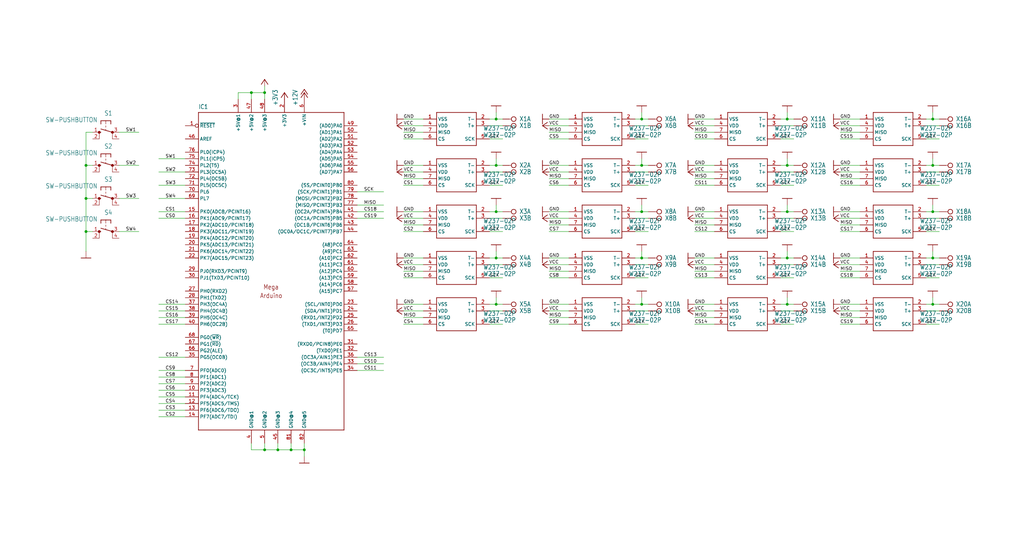
<source format=kicad_sch>
(kicad_sch (version 20220622) (generator eeschema)
  (paper "User" 393.167 210.007)
  (junction (at 33.02 63.5))
  (junction (at 246.38 81.28))
  (junction (at 302.26 81.28))
  (junction (at 246.38 99.06))
  (junction (at 358.14 99.06))
  (junction (at 190.5 45.72))
  (junction (at 246.38 116.84))
  (junction (at 190.5 116.84))
  (junction (at 358.14 63.5))
  (junction (at 358.14 45.72))
  (junction (at 358.14 116.84))
  (junction (at 190.5 99.06))
  (junction (at 33.02 76.2))
  (junction (at 96.52 35.56))
  (junction (at 111.76 172.72))
  (junction (at 302.26 116.84))
  (junction (at 190.5 63.5))
  (junction (at 116.84 172.72))
  (junction (at 302.26 45.72))
  (junction (at 302.26 99.06))
  (junction (at 302.26 63.5))
  (junction (at 358.14 81.28))
  (junction (at 101.6 35.56))
  (junction (at 33.02 88.9))
  (junction (at 106.68 172.72))
  (junction (at 101.6 172.72))
  (junction (at 246.38 45.72))
  (junction (at 246.38 63.5))
  (junction (at 190.5 81.28))
  (wire (pts (xy 193.04 48.26) (xy 187.96 48.26)))
  (wire (pts (xy 91.44 35.56) (xy 96.52 35.56)))
  (wire (pts (xy 266.7 83.82) (xy 274.32 83.82)))
  (wire (pts (xy 190.5 114.3) (xy 190.5 116.84)))
  (wire (pts (xy 218.44 104.14) (xy 210.82 104.14)))
  (wire (pts (xy 266.7 119.38) (xy 274.32 119.38)))
  (wire (pts (xy 71.12 137.16) (xy 60.96 137.16)))
  (wire (pts (xy 35.56 88.9) (xy 33.02 88.9)))
  (wire (pts (xy 274.32 71.12) (xy 266.7 71.12)))
  (wire (pts (xy 243.84 53.34) (xy 248.92 53.34)))
  (wire (pts (xy 218.44 68.58) (xy 210.82 68.58)))
  (wire (pts (xy 246.38 81.28) (xy 243.84 81.28)))
  (wire (pts (xy 302.26 60.96) (xy 302.26 63.5)))
  (wire (pts (xy 248.92 66.04) (xy 243.84 66.04)))
  (wire (pts (xy 248.92 45.72) (xy 246.38 45.72)))
  (wire (pts (xy 210.82 101.6) (xy 218.44 101.6)))
  (wire (pts (xy 71.12 119.38) (xy 60.96 119.38)))
  (wire (pts (xy 360.68 81.28) (xy 358.14 81.28)))
  (wire (pts (xy 193.04 45.72) (xy 190.5 45.72)))
  (wire (pts (xy 330.2 68.58) (xy 322.58 68.58)))
  (wire (pts (xy 193.04 101.6) (xy 187.96 101.6)))
  (wire (pts (xy 33.02 76.2) (xy 33.02 88.9)))
  (wire (pts (xy 355.6 71.12) (xy 360.68 71.12)))
  (wire (pts (xy 304.8 116.84) (xy 302.26 116.84)))
  (wire (pts (xy 266.7 99.06) (xy 274.32 99.06)))
  (wire (pts (xy 246.38 114.3) (xy 246.38 116.84)))
  (wire (pts (xy 266.7 48.26) (xy 274.32 48.26)))
  (wire (pts (xy 218.44 86.36) (xy 210.82 86.36)))
  (wire (pts (xy 193.04 116.84) (xy 190.5 116.84)))
  (wire (pts (xy 248.92 101.6) (xy 243.84 101.6)))
  (wire (pts (xy 111.76 172.72) (xy 116.84 172.72)))
  (wire (pts (xy 154.94 83.82) (xy 162.56 83.82)))
  (wire (pts (xy 154.94 63.5) (xy 162.56 63.5)))
  (wire (pts (xy 302.26 45.72) (xy 299.72 45.72)))
  (wire (pts (xy 154.94 116.84) (xy 162.56 116.84)))
  (wire (pts (xy 299.72 106.68) (xy 304.8 106.68)))
  (wire (pts (xy 193.04 66.04) (xy 187.96 66.04)))
  (wire (pts (xy 137.16 137.16) (xy 147.32 137.16)))
  (wire (pts (xy 33.02 50.8) (xy 33.02 63.5)))
  (wire (pts (xy 33.02 88.9) (xy 33.02 96.52)))
  (wire (pts (xy 71.12 144.78) (xy 60.96 144.78)))
  (wire (pts (xy 162.56 50.8) (xy 154.94 50.8)))
  (wire (pts (xy 246.38 45.72) (xy 243.84 45.72)))
  (wire (pts (xy 274.32 124.46) (xy 266.7 124.46)))
  (wire (pts (xy 193.04 63.5) (xy 190.5 63.5)))
  (wire (pts (xy 210.82 48.26) (xy 218.44 48.26)))
  (wire (pts (xy 218.44 50.8) (xy 210.82 50.8)))
  (wire (pts (xy 248.92 99.06) (xy 246.38 99.06)))
  (wire (pts (xy 71.12 116.84) (xy 60.96 116.84)))
  (wire (pts (xy 322.58 83.82) (xy 330.2 83.82)))
  (wire (pts (xy 35.56 63.5) (xy 33.02 63.5)))
  (wire (pts (xy 210.82 81.28) (xy 218.44 81.28)))
  (wire (pts (xy 71.12 121.92) (xy 60.96 121.92)))
  (wire (pts (xy 274.32 121.92) (xy 266.7 121.92)))
  (wire (pts (xy 304.8 48.26) (xy 299.72 48.26)))
  (wire (pts (xy 360.68 63.5) (xy 358.14 63.5)))
  (wire (pts (xy 274.32 88.9) (xy 266.7 88.9)))
  (wire (pts (xy 187.96 53.34) (xy 193.04 53.34)))
  (wire (pts (xy 266.7 63.5) (xy 274.32 63.5)))
  (wire (pts (xy 330.2 106.68) (xy 322.58 106.68)))
  (wire (pts (xy 71.12 83.82) (xy 60.96 83.82)))
  (wire (pts (xy 266.7 116.84) (xy 274.32 116.84)))
  (wire (pts (xy 304.8 119.38) (xy 299.72 119.38)))
  (wire (pts (xy 360.68 48.26) (xy 355.6 48.26)))
  (wire (pts (xy 71.12 124.46) (xy 60.96 124.46)))
  (wire (pts (xy 162.56 121.92) (xy 154.94 121.92)))
  (wire (pts (xy 302.26 114.3) (xy 302.26 116.84)))
  (wire (pts (xy 190.5 43.18) (xy 190.5 45.72)))
  (wire (pts (xy 302.26 43.18) (xy 302.26 45.72)))
  (wire (pts (xy 304.8 83.82) (xy 299.72 83.82)))
  (wire (pts (xy 190.5 63.5) (xy 187.96 63.5)))
  (wire (pts (xy 218.44 121.92) (xy 210.82 121.92)))
  (wire (pts (xy 190.5 81.28) (xy 187.96 81.28)))
  (wire (pts (xy 193.04 83.82) (xy 187.96 83.82)))
  (wire (pts (xy 162.56 68.58) (xy 154.94 68.58)))
  (wire (pts (xy 358.14 63.5) (xy 355.6 63.5)))
  (wire (pts (xy 243.84 106.68) (xy 248.92 106.68)))
  (wire (pts (xy 360.68 66.04) (xy 355.6 66.04)))
  (wire (pts (xy 193.04 119.38) (xy 187.96 119.38)))
  (wire (pts (xy 360.68 45.72) (xy 358.14 45.72)))
  (wire (pts (xy 322.58 63.5) (xy 330.2 63.5)))
  (wire (pts (xy 101.6 172.72) (xy 106.68 172.72)))
  (wire (pts (xy 190.5 99.06) (xy 187.96 99.06)))
  (wire (pts (xy 35.56 50.8) (xy 33.02 50.8)))
  (wire (pts (xy 358.14 81.28) (xy 355.6 81.28)))
  (wire (pts (xy 274.32 86.36) (xy 266.7 86.36)))
  (wire (pts (xy 137.16 73.66) (xy 147.32 73.66)))
  (wire (pts (xy 218.44 71.12) (xy 210.82 71.12)))
  (wire (pts (xy 210.82 63.5) (xy 218.44 63.5)))
  (wire (pts (xy 243.84 71.12) (xy 248.92 71.12)))
  (wire (pts (xy 33.02 63.5) (xy 33.02 76.2)))
  (wire (pts (xy 96.52 38.1) (xy 96.52 35.56)))
  (wire (pts (xy 71.12 60.96) (xy 60.96 60.96)))
  (wire (pts (xy 137.16 81.28) (xy 147.32 81.28)))
  (wire (pts (xy 210.82 119.38) (xy 218.44 119.38)))
  (wire (pts (xy 187.96 106.68) (xy 193.04 106.68)))
  (wire (pts (xy 106.68 172.72) (xy 111.76 172.72)))
  (wire (pts (xy 266.7 81.28) (xy 274.32 81.28)))
  (wire (pts (xy 243.84 88.9) (xy 248.92 88.9)))
  (wire (pts (xy 137.16 139.7) (xy 147.32 139.7)))
  (wire (pts (xy 360.68 99.06) (xy 358.14 99.06)))
  (wire (pts (xy 190.5 96.52) (xy 190.5 99.06)))
  (wire (pts (xy 246.38 78.74) (xy 246.38 81.28)))
  (wire (pts (xy 162.56 104.14) (xy 154.94 104.14)))
  (wire (pts (xy 299.72 124.46) (xy 304.8 124.46)))
  (wire (pts (xy 210.82 116.84) (xy 218.44 116.84)))
  (wire (pts (xy 91.44 38.1) (xy 91.44 35.56)))
  (wire (pts (xy 266.7 45.72) (xy 274.32 45.72)))
  (wire (pts (xy 137.16 142.24) (xy 147.32 142.24)))
  (wire (pts (xy 190.5 116.84) (xy 187.96 116.84)))
  (wire (pts (xy 304.8 66.04) (xy 299.72 66.04)))
  (wire (pts (xy 190.5 45.72) (xy 187.96 45.72)))
  (wire (pts (xy 299.72 53.34) (xy 304.8 53.34)))
  (wire (pts (xy 330.2 124.46) (xy 322.58 124.46)))
  (wire (pts (xy 162.56 88.9) (xy 154.94 88.9)))
  (wire (pts (xy 71.12 76.2) (xy 60.96 76.2)))
  (wire (pts (xy 35.56 76.2) (xy 33.02 76.2)))
  (wire (pts (xy 330.2 104.14) (xy 322.58 104.14)))
  (wire (pts (xy 45.72 63.5) (xy 53.34 63.5)))
  (wire (pts (xy 322.58 99.06) (xy 330.2 99.06)))
  (wire (pts (xy 154.94 81.28) (xy 162.56 81.28)))
  (wire (pts (xy 248.92 116.84) (xy 246.38 116.84)))
  (wire (pts (xy 96.52 172.72) (xy 101.6 172.72)))
  (wire (pts (xy 355.6 88.9) (xy 360.68 88.9)))
  (wire (pts (xy 330.2 50.8) (xy 322.58 50.8)))
  (wire (pts (xy 246.38 96.52) (xy 246.38 99.06)))
  (wire (pts (xy 248.92 81.28) (xy 246.38 81.28)))
  (wire (pts (xy 218.44 88.9) (xy 210.82 88.9)))
  (wire (pts (xy 246.38 43.18) (xy 246.38 45.72)))
  (wire (pts (xy 187.96 71.12) (xy 193.04 71.12)))
  (wire (pts (xy 302.26 96.52) (xy 302.26 99.06)))
  (wire (pts (xy 330.2 53.34) (xy 322.58 53.34)))
  (wire (pts (xy 45.72 76.2) (xy 53.34 76.2)))
  (wire (pts (xy 274.32 68.58) (xy 266.7 68.58)))
  (wire (pts (xy 274.32 53.34) (xy 266.7 53.34)))
  (wire (pts (xy 101.6 33.02) (xy 101.6 35.56)))
  (wire (pts (xy 45.72 88.9) (xy 53.34 88.9)))
  (wire (pts (xy 71.12 160.02) (xy 60.96 160.02)))
  (wire (pts (xy 248.92 48.26) (xy 243.84 48.26)))
  (wire (pts (xy 116.84 172.72) (xy 116.84 170.18)))
  (wire (pts (xy 246.38 99.06) (xy 243.84 99.06)))
  (wire (pts (xy 358.14 60.96) (xy 358.14 63.5)))
  (wire (pts (xy 304.8 63.5) (xy 302.26 63.5)))
  (wire (pts (xy 162.56 106.68) (xy 154.94 106.68)))
  (wire (pts (xy 154.94 101.6) (xy 162.56 101.6)))
  (wire (pts (xy 71.12 71.12) (xy 60.96 71.12)))
  (wire (pts (xy 154.94 119.38) (xy 162.56 119.38)))
  (wire (pts (xy 302.26 81.28) (xy 299.72 81.28)))
  (wire (pts (xy 71.12 157.48) (xy 60.96 157.48)))
  (wire (pts (xy 187.96 88.9) (xy 193.04 88.9)))
  (wire (pts (xy 358.14 45.72) (xy 355.6 45.72)))
  (wire (pts (xy 302.26 116.84) (xy 299.72 116.84)))
  (wire (pts (xy 330.2 121.92) (xy 322.58 121.92)))
  (wire (pts (xy 358.14 78.74) (xy 358.14 81.28)))
  (wire (pts (xy 248.92 83.82) (xy 243.84 83.82)))
  (wire (pts (xy 266.7 101.6) (xy 274.32 101.6)))
  (wire (pts (xy 322.58 66.04) (xy 330.2 66.04)))
  (wire (pts (xy 304.8 81.28) (xy 302.26 81.28)))
  (wire (pts (xy 101.6 35.56) (xy 101.6 38.1)))
  (wire (pts (xy 106.68 170.18) (xy 106.68 172.72)))
  (wire (pts (xy 358.14 99.06) (xy 355.6 99.06)))
  (wire (pts (xy 111.76 170.18) (xy 111.76 172.72)))
  (wire (pts (xy 358.14 114.3) (xy 358.14 116.84)))
  (wire (pts (xy 274.32 50.8) (xy 266.7 50.8)))
  (wire (pts (xy 154.94 99.06) (xy 162.56 99.06)))
  (wire (pts (xy 360.68 101.6) (xy 355.6 101.6)))
  (wire (pts (xy 193.04 99.06) (xy 190.5 99.06)))
  (wire (pts (xy 193.04 81.28) (xy 190.5 81.28)))
  (wire (pts (xy 71.12 66.04) (xy 60.96 66.04)))
  (wire (pts (xy 322.58 81.28) (xy 330.2 81.28)))
  (wire (pts (xy 45.72 50.8) (xy 53.34 50.8)))
  (wire (pts (xy 330.2 88.9) (xy 322.58 88.9)))
  (wire (pts (xy 246.38 63.5) (xy 243.84 63.5)))
  (wire (pts (xy 355.6 106.68) (xy 360.68 106.68)))
  (wire (pts (xy 218.44 53.34) (xy 210.82 53.34)))
  (wire (pts (xy 274.32 104.14) (xy 266.7 104.14)))
  (wire (pts (xy 302.26 99.06) (xy 299.72 99.06)))
  (wire (pts (xy 360.68 119.38) (xy 355.6 119.38)))
  (wire (pts (xy 218.44 106.68) (xy 210.82 106.68)))
  (wire (pts (xy 304.8 101.6) (xy 299.72 101.6)))
  (wire (pts (xy 355.6 53.34) (xy 360.68 53.34)))
  (wire (pts (xy 190.5 60.96) (xy 190.5 63.5)))
  (wire (pts (xy 71.12 154.94) (xy 60.96 154.94)))
  (wire (pts (xy 210.82 66.04) (xy 218.44 66.04)))
  (wire (pts (xy 154.94 66.04) (xy 162.56 66.04)))
  (wire (pts (xy 304.8 45.72) (xy 302.26 45.72)))
  (wire (pts (xy 210.82 99.06) (xy 218.44 99.06)))
  (wire (pts (xy 96.52 35.56) (xy 101.6 35.56)))
  (wire (pts (xy 71.12 149.86) (xy 60.96 149.86)))
  (wire (pts (xy 322.58 119.38) (xy 330.2 119.38)))
  (wire (pts (xy 358.14 96.52) (xy 358.14 99.06)))
  (wire (pts (xy 322.58 45.72) (xy 330.2 45.72)))
  (wire (pts (xy 358.14 116.84) (xy 355.6 116.84)))
  (wire (pts (xy 360.68 116.84) (xy 358.14 116.84)))
  (wire (pts (xy 162.56 71.12) (xy 154.94 71.12)))
  (wire (pts (xy 71.12 152.4) (xy 60.96 152.4)))
  (wire (pts (xy 322.58 48.26) (xy 330.2 48.26)))
  (wire (pts (xy 248.92 63.5) (xy 246.38 63.5)))
  (wire (pts (xy 266.7 66.04) (xy 274.32 66.04)))
  (wire (pts (xy 210.82 45.72) (xy 218.44 45.72)))
  (wire (pts (xy 302.26 78.74) (xy 302.26 81.28)))
  (wire (pts (xy 304.8 99.06) (xy 302.26 99.06)))
  (wire (pts (xy 330.2 71.12) (xy 322.58 71.12)))
  (wire (pts (xy 243.84 124.46) (xy 248.92 124.46)))
  (wire (pts (xy 299.72 88.9) (xy 304.8 88.9)))
  (wire (pts (xy 162.56 53.34) (xy 154.94 53.34)))
  (wire (pts (xy 71.12 147.32) (xy 60.96 147.32)))
  (wire (pts (xy 162.56 124.46) (xy 154.94 124.46)))
  (wire (pts (xy 96.52 170.18) (xy 96.52 172.72)))
  (wire (pts (xy 162.56 86.36) (xy 154.94 86.36)))
  (wire (pts (xy 116.84 175.26) (xy 116.84 172.72)))
  (wire (pts (xy 137.16 78.74) (xy 147.32 78.74)))
  (wire (pts (xy 71.12 142.24) (xy 60.96 142.24)))
  (wire (pts (xy 246.38 116.84) (xy 243.84 116.84)))
  (wire (pts (xy 274.32 106.68) (xy 266.7 106.68)))
  (wire (pts (xy 154.94 45.72) (xy 162.56 45.72)))
  (wire (pts (xy 360.68 83.82) (xy 355.6 83.82)))
  (wire (pts (xy 299.72 71.12) (xy 304.8 71.12)))
  (wire (pts (xy 358.14 43.18) (xy 358.14 45.72)))
  (wire (pts (xy 137.16 83.82) (xy 147.32 83.82)))
  (wire (pts (xy 210.82 83.82) (xy 218.44 83.82)))
  (wire (pts (xy 154.94 48.26) (xy 162.56 48.26)))
  (wire (pts (xy 71.12 81.28) (xy 60.96 81.28)))
  (wire (pts (xy 190.5 78.74) (xy 190.5 81.28)))
  (wire (pts (xy 218.44 124.46) (xy 210.82 124.46)))
  (wire (pts (xy 330.2 86.36) (xy 322.58 86.36)))
  (wire (pts (xy 246.38 60.96) (xy 246.38 63.5)))
  (wire (pts (xy 322.58 116.84) (xy 330.2 116.84)))
  (wire (pts (xy 187.96 124.46) (xy 193.04 124.46)))
  (wire (pts (xy 355.6 124.46) (xy 360.68 124.46)))
  (wire (pts (xy 101.6 170.18) (xy 101.6 172.72)))
  (wire (pts (xy 322.58 101.6) (xy 330.2 101.6)))
  (wire (pts (xy 248.92 119.38) (xy 243.84 119.38)))
  (wire (pts (xy 302.26 63.5) (xy 299.72 63.5)))
  (label "GND" (at 322.58 45.72 0) (effects (font (size 1.2446 1.2446))))
  (label "CS1" (at 63.5 81.28 0) (effects (font (size 1.2446 1.2446))))
  (label "MISO" (at 322.58 68.58 0) (effects (font (size 1.2446 1.2446))))
  (label "SW2" (at 48.26 63.5 0) (effects (font (size 1.2446 1.2446))))
  (label "CS4" (at 154.94 124.46 0) (effects (font (size 1.2446 1.2446))))
  (label "MISO" (at 322.58 104.14 0) (effects (font (size 1.2446 1.2446))))
  (label "VCC" (at 266.7 101.6 0) (effects (font (size 1.2446 1.2446))))
  (label "MISO" (at 266.7 50.8 0) (effects (font (size 1.2446 1.2446))))
  (label "MISO" (at 154.94 50.8 0) (effects (font (size 1.2446 1.2446))))
  (label "SCK" (at 243.84 88.9 0) (effects (font (size 1.2446 1.2446))))
  (label "GND" (at 266.7 45.72 0) (effects (font (size 1.2446 1.2446))))
  (label "CS3" (at 63.5 157.48 0) (effects (font (size 1.2446 1.2446))))
  (label "CS2" (at 154.94 88.9 0) (effects (font (size 1.2446 1.2446))))
  (label "GND" (at 154.94 63.5 0) (effects (font (size 1.2446 1.2446))))
  (label "MISO" (at 322.58 50.8 0) (effects (font (size 1.2446 1.2446))))
  (label "CS15" (at 322.58 53.34 0) (effects (font (size 1.2446 1.2446))))
  (label "CS18" (at 322.58 106.68 0) (effects (font (size 1.2446 1.2446))))
  (label "SCK" (at 355.6 106.68 0) (effects (font (size 1.2446 1.2446))))
  (label "SCK" (at 355.6 88.9 0) (effects (font (size 1.2446 1.2446))))
  (label "CS0" (at 154.94 53.34 0) (effects (font (size 1.2446 1.2446))))
  (label "CS10" (at 266.7 53.34 0) (effects (font (size 1.2446 1.2446))))
  (label "MISO" (at 154.94 68.58 0) (effects (font (size 1.2446 1.2446))))
  (label "SCK" (at 243.84 124.46 0) (effects (font (size 1.2446 1.2446))))
  (label "SCK" (at 299.72 106.68 0) (effects (font (size 1.2446 1.2446))))
  (label "SCK" (at 187.96 88.9 0) (effects (font (size 1.2446 1.2446))))
  (label "CS6" (at 63.5 149.86 0) (effects (font (size 1.2446 1.2446))))
  (label "CS11" (at 139.7 142.24 0) (effects (font (size 1.2446 1.2446))))
  (label "GND" (at 266.7 81.28 0) (effects (font (size 1.2446 1.2446))))
  (label "SW3" (at 63.5 71.12 0) (effects (font (size 1.2446 1.2446))))
  (label "CS5" (at 63.5 152.4 0) (effects (font (size 1.2446 1.2446))))
  (label "VCC" (at 154.94 83.82 0) (effects (font (size 1.2446 1.2446))))
  (label "MISO" (at 266.7 68.58 0) (effects (font (size 1.2446 1.2446))))
  (label "MISO" (at 266.7 86.36 0) (effects (font (size 1.2446 1.2446))))
  (label "GND" (at 210.82 99.06 0) (effects (font (size 1.2446 1.2446))))
  (label "SW2" (at 63.5 66.04 0) (effects (font (size 1.2446 1.2446))))
  (label "CS9" (at 210.82 124.46 0) (effects (font (size 1.2446 1.2446))))
  (label "SCK" (at 299.72 53.34 0) (effects (font (size 1.2446 1.2446))))
  (label "VCC" (at 210.82 119.38 0) (effects (font (size 1.2446 1.2446))))
  (label "SCK" (at 299.72 88.9 0) (effects (font (size 1.2446 1.2446))))
  (label "CS15" (at 63.5 119.38 0) (effects (font (size 1.2446 1.2446))))
  (label "VCC" (at 154.94 66.04 0) (effects (font (size 1.2446 1.2446))))
  (label "SW1" (at 48.26 50.8 0) (effects (font (size 1.2446 1.2446))))
  (label "CS10" (at 139.7 139.7 0) (effects (font (size 1.2446 1.2446))))
  (label "SCK" (at 243.84 106.68 0) (effects (font (size 1.2446 1.2446))))
  (label "GND" (at 322.58 116.84 0) (effects (font (size 1.2446 1.2446))))
  (label "GND" (at 154.94 45.72 0) (effects (font (size 1.2446 1.2446))))
  (label "SW1" (at 63.5 60.96 0) (effects (font (size 1.2446 1.2446))))
  (label "CS7" (at 63.5 147.32 0) (effects (font (size 1.2446 1.2446))))
  (label "VCC" (at 154.94 119.38 0) (effects (font (size 1.2446 1.2446))))
  (label "VCC" (at 266.7 66.04 0) (effects (font (size 1.2446 1.2446))))
  (label "SCK" (at 299.72 124.46 0) (effects (font (size 1.2446 1.2446))))
  (label "VCC" (at 266.7 48.26 0) (effects (font (size 1.2446 1.2446))))
  (label "CS6" (at 210.82 71.12 0) (effects (font (size 1.2446 1.2446))))
  (label "MISO" (at 210.82 50.8 0) (effects (font (size 1.2446 1.2446))))
  (label "SCK" (at 139.7 73.66 0) (effects (font (size 1.2446 1.2446))))
  (label "VCC" (at 210.82 48.26 0) (effects (font (size 1.2446 1.2446))))
  (label "MISO" (at 210.82 104.14 0) (effects (font (size 1.2446 1.2446))))
  (label "MISO" (at 154.94 104.14 0) (effects (font (size 1.2446 1.2446))))
  (label "CS14" (at 266.7 124.46 0) (effects (font (size 1.2446 1.2446))))
  (label "GND" (at 154.94 116.84 0) (effects (font (size 1.2446 1.2446))))
  (label "SCK" (at 299.72 71.12 0) (effects (font (size 1.2446 1.2446))))
  (label "CS16" (at 322.58 71.12 0) (effects (font (size 1.2446 1.2446))))
  (label "MISO" (at 154.94 86.36 0) (effects (font (size 1.2446 1.2446))))
  (label "SCK" (at 243.84 71.12 0) (effects (font (size 1.2446 1.2446))))
  (label "CS5" (at 210.82 53.34 0) (effects (font (size 1.2446 1.2446))))
  (label "VCC" (at 322.58 48.26 0) (effects (font (size 1.2446 1.2446))))
  (label "GND" (at 322.58 81.28 0) (effects (font (size 1.2446 1.2446))))
  (label "VCC" (at 266.7 119.38 0) (effects (font (size 1.2446 1.2446))))
  (label "VCC" (at 322.58 66.04 0) (effects (font (size 1.2446 1.2446))))
  (label "MISO" (at 210.82 86.36 0) (effects (font (size 1.2446 1.2446))))
  (label "VCC" (at 322.58 83.82 0) (effects (font (size 1.2446 1.2446))))
  (label "SCK" (at 187.96 71.12 0) (effects (font (size 1.2446 1.2446))))
  (label "GND" (at 322.58 63.5 0) (effects (font (size 1.2446 1.2446))))
  (label "GND" (at 210.82 63.5 0) (effects (font (size 1.2446 1.2446))))
  (label "CS12" (at 63.5 137.16 0) (effects (font (size 1.2446 1.2446))))
  (label "CS12" (at 266.7 88.9 0) (effects (font (size 1.2446 1.2446))))
  (label "GND" (at 154.94 81.28 0) (effects (font (size 1.2446 1.2446))))
  (label "CS13" (at 266.7 106.68 0) (effects (font (size 1.2446 1.2446))))
  (label "CS1" (at 154.94 71.12 0) (effects (font (size 1.2446 1.2446))))
  (label "GND" (at 210.82 81.28 0) (effects (font (size 1.2446 1.2446))))
  (label "CS19" (at 322.58 124.46 0) (effects (font (size 1.2446 1.2446))))
  (label "VCC" (at 210.82 66.04 0) (effects (font (size 1.2446 1.2446))))
  (label "GND" (at 210.82 116.84 0) (effects (font (size 1.2446 1.2446))))
  (label "SCK" (at 243.84 53.34 0) (effects (font (size 1.2446 1.2446))))
  (label "MISO" (at 266.7 104.14 0) (effects (font (size 1.2446 1.2446))))
  (label "CS7" (at 210.82 88.9 0) (effects (font (size 1.2446 1.2446))))
  (label "MISO" (at 154.94 121.92 0) (effects (font (size 1.2446 1.2446))))
  (label "MISO" (at 322.58 86.36 0) (effects (font (size 1.2446 1.2446))))
  (label "GND" (at 322.58 99.06 0) (effects (font (size 1.2446 1.2446))))
  (label "CS8" (at 63.5 144.78 0) (effects (font (size 1.2446 1.2446))))
  (label "VCC" (at 322.58 119.38 0) (effects (font (size 1.2446 1.2446))))
  (label "MISO" (at 322.58 121.92 0) (effects (font (size 1.2446 1.2446))))
  (label "CS14" (at 63.5 116.84 0) (effects (font (size 1.2446 1.2446))))
  (label "SW4" (at 63.5 76.2 0) (effects (font (size 1.2446 1.2446))))
  (label "CS9" (at 63.5 142.24 0) (effects (font (size 1.2446 1.2446))))
  (label "MISO" (at 210.82 68.58 0) (effects (font (size 1.2446 1.2446))))
  (label "GND" (at 210.82 45.72 0) (effects (font (size 1.2446 1.2446))))
  (label "VCC" (at 154.94 48.26 0) (effects (font (size 1.2446 1.2446))))
  (label "SCK" (at 355.6 124.46 0) (effects (font (size 1.2446 1.2446))))
  (label "CS17" (at 63.5 124.46 0) (effects (font (size 1.2446 1.2446))))
  (label "CS11" (at 266.7 71.12 0) (effects (font (size 1.2446 1.2446))))
  (label "CS3" (at 154.94 106.68 0) (effects (font (size 1.2446 1.2446))))
  (label "SCK" (at 187.96 53.34 0) (effects (font (size 1.2446 1.2446))))
  (label "VCC" (at 322.58 101.6 0) (effects (font (size 1.2446 1.2446))))
  (label "SW3" (at 48.26 76.2 0) (effects (font (size 1.2446 1.2446))))
  (label "VCC" (at 154.94 101.6 0) (effects (font (size 1.2446 1.2446))))
  (label "CS19" (at 139.7 83.82 0) (effects (font (size 1.2446 1.2446))))
  (label "VCC" (at 210.82 83.82 0) (effects (font (size 1.2446 1.2446))))
  (label "MISO" (at 139.7 78.74 0) (effects (font (size 1.2446 1.2446))))
  (label "SCK" (at 355.6 53.34 0) (effects (font (size 1.2446 1.2446))))
  (label "CS18" (at 139.7 81.28 0) (effects (font (size 1.2446 1.2446))))
  (label "GND" (at 266.7 116.84 0) (effects (font (size 1.2446 1.2446))))
  (label "VCC" (at 266.7 83.82 0) (effects (font (size 1.2446 1.2446))))
  (label "GND" (at 266.7 99.06 0) (effects (font (size 1.2446 1.2446))))
  (label "SW4" (at 48.26 88.9 0) (effects (font (size 1.2446 1.2446))))
  (label "SCK" (at 187.96 106.68 0) (effects (font (size 1.2446 1.2446))))
  (label "CS13" (at 139.7 137.16 0) (effects (font (size 1.2446 1.2446))))
  (label "SCK" (at 355.6 71.12 0) (effects (font (size 1.2446 1.2446))))
  (label "CS8" (at 210.82 106.68 0) (effects (font (size 1.2446 1.2446))))
  (label "MISO" (at 266.7 121.92 0) (effects (font (size 1.2446 1.2446))))
  (label "GND" (at 266.7 63.5 0) (effects (font (size 1.2446 1.2446))))
  (label "CS16" (at 63.5 121.92 0) (effects (font (size 1.2446 1.2446))))
  (label "CS4" (at 63.5 154.94 0) (effects (font (size 1.2446 1.2446))))
  (label "MISO" (at 210.82 121.92 0) (effects (font (size 1.2446 1.2446))))
  (label "SCK" (at 187.96 124.46 0) (effects (font (size 1.2446 1.2446))))
  (label "VCC" (at 210.82 101.6 0) (effects (font (size 1.2446 1.2446))))
  (label "CS0" (at 63.5 83.82 0) (effects (font (size 1.2446 1.2446))))
  (label "GND" (at 154.94 99.06 0) (effects (font (size 1.2446 1.2446))))
  (label "CS2" (at 63.5 160.02 0) (effects (font (size 1.2446 1.2446))))
  (label "CS17" (at 322.58 88.9 0) (effects (font (size 1.2446 1.2446))))
  (symbol (lib_id "Multi-Channel-Thermocouple-Shield-eagle-import:MAX6675") (at 287.02 124.46 0) (unit 1)
    (default_instance (reference "U") (unit 1) (value "") (footprint ""))
    (property "Reference" "U$15" (effects hide))
    (property "Value" "MAX6675" (effects hide))
    (property "Footprint" "Multi-Channel-Thermocouple-Shield:SO08" (effects hide))
  )
  (symbol (lib_id "Multi-Channel-Thermocouple-Shield-eagle-import:VCC") (at 264.16 66.04 90) (unit 1)
    (default_instance (reference "U") (unit 1) (value "") (footprint ""))
    (property "Reference" "#P+12" (effects hide))
    (property "Value" "VCC" (effects hide))
    (property "Footprint" "Multi-Channel-Thermocouple-Shield:" (effects hide))
  )
  (symbol (lib_id "Multi-Channel-Thermocouple-Shield-eagle-import:W237-02P") (at 365.76 63.5 180) (unit 1)
    (default_instance (reference "U") (unit 1) (value "") (footprint ""))
    (property "Reference" "X17" (at 367.03 64.389 0) (effects (font (size 1.778 1.5113)) (justify right top)))
    (property "Value" "W237-02P" (at 365.76 66.04 0) (effects (font (size 1.778 1.5113)) (justify left bottom)))
    (property "Footprint" "Multi-Channel-Thermocouple-Shield:W237-132" (effects hide))
  )
  (symbol (lib_id "Multi-Channel-Thermocouple-Shield-eagle-import:GND") (at 208.28 116.84 270) (unit 1)
    (default_instance (reference "U") (unit 1) (value "") (footprint ""))
    (property "Reference" "#GND10" (effects hide))
    (property "Value" "GND" (effects hide))
    (property "Footprint" "Multi-Channel-Thermocouple-Shield:" (effects hide))
  )
  (symbol (lib_id "Multi-Channel-Thermocouple-Shield-eagle-import:W237-02P") (at 254 63.5 180) (unit 1)
    (default_instance (reference "U") (unit 1) (value "") (footprint ""))
    (property "Reference" "X7" (at 255.27 64.389 0) (effects (font (size 1.778 1.5113)) (justify right top)))
    (property "Value" "W237-02P" (at 254 66.04 0) (effects (font (size 1.778 1.5113)) (justify left bottom)))
    (property "Footprint" "Multi-Channel-Thermocouple-Shield:W237-132" (effects hide))
  )
  (symbol (lib_id "Multi-Channel-Thermocouple-Shield-eagle-import:GND") (at 246.38 40.64 180) (unit 1)
    (default_instance (reference "U") (unit 1) (value "") (footprint ""))
    (property "Reference" "#GND28" (effects hide))
    (property "Value" "GND" (effects hide))
    (property "Footprint" "Multi-Channel-Thermocouple-Shield:" (effects hide))
  )
  (symbol (lib_id "Multi-Channel-Thermocouple-Shield-eagle-import:VCC") (at 264.16 48.26 90) (unit 1)
    (default_instance (reference "U") (unit 1) (value "") (footprint ""))
    (property "Reference" "#P+11" (effects hide))
    (property "Value" "VCC" (effects hide))
    (property "Footprint" "Multi-Channel-Thermocouple-Shield:" (effects hide))
  )
  (symbol (lib_id "Multi-Channel-Thermocouple-Shield-eagle-import:MAX6675") (at 342.9 106.68 0) (unit 1)
    (default_instance (reference "U") (unit 1) (value "") (footprint ""))
    (property "Reference" "U$19" (effects hide))
    (property "Value" "MAX6675" (effects hide))
    (property "Footprint" "Multi-Channel-Thermocouple-Shield:SO08" (effects hide))
  )
  (symbol (lib_id "Multi-Channel-Thermocouple-Shield-eagle-import:MAX6675") (at 231.14 71.12 0) (unit 1)
    (default_instance (reference "U") (unit 1) (value "") (footprint ""))
    (property "Reference" "U$7" (effects hide))
    (property "Value" "MAX6675" (effects hide))
    (property "Footprint" "Multi-Channel-Thermocouple-Shield:SO08" (effects hide))
  )
  (symbol (lib_id "Multi-Channel-Thermocouple-Shield-eagle-import:VCC") (at 264.16 101.6 90) (unit 1)
    (default_instance (reference "U") (unit 1) (value "") (footprint ""))
    (property "Reference" "#P+14" (effects hide))
    (property "Value" "VCC" (effects hide))
    (property "Footprint" "Multi-Channel-Thermocouple-Shield:" (effects hide))
  )
  (symbol (lib_id "Multi-Channel-Thermocouple-Shield-eagle-import:GND") (at 33.02 99.06 0) (unit 1)
    (default_instance (reference "U") (unit 1) (value "") (footprint ""))
    (property "Reference" "#GND22" (effects hide))
    (property "Value" "GND" (effects hide))
    (property "Footprint" "Multi-Channel-Thermocouple-Shield:" (effects hide))
  )
  (symbol (lib_id "Multi-Channel-Thermocouple-Shield-eagle-import:+12V") (at 116.84 35.56 0) (unit 1)
    (default_instance (reference "U") (unit 1) (value "") (footprint ""))
    (property "Reference" "#P+22" (effects hide))
    (property "Value" "+12V" (at 114.3 40.64 90) (effects (font (size 1.778 1.5113)) (justify left bottom)))
    (property "Footprint" "Multi-Channel-Thermocouple-Shield:" (effects hide))
  )
  (symbol (lib_id "Multi-Channel-Thermocouple-Shield-eagle-import:MAX6675") (at 342.9 88.9 0) (unit 1)
    (default_instance (reference "U") (unit 1) (value "") (footprint ""))
    (property "Reference" "U$18" (effects hide))
    (property "Value" "MAX6675" (effects hide))
    (property "Footprint" "Multi-Channel-Thermocouple-Shield:SO08" (effects hide))
  )
  (symbol (lib_id "Multi-Channel-Thermocouple-Shield-eagle-import:GND") (at 152.4 63.5 270) (unit 1)
    (default_instance (reference "U") (unit 1) (value "") (footprint ""))
    (property "Reference" "#GND2" (effects hide))
    (property "Value" "GND" (effects hide))
    (property "Footprint" "Multi-Channel-Thermocouple-Shield:" (effects hide))
  )
  (symbol (lib_id "Multi-Channel-Thermocouple-Shield-eagle-import:GND") (at 320.04 99.06 270) (unit 1)
    (default_instance (reference "U") (unit 1) (value "") (footprint ""))
    (property "Reference" "#GND18" (effects hide))
    (property "Value" "GND" (effects hide))
    (property "Footprint" "Multi-Channel-Thermocouple-Shield:" (effects hide))
  )
  (symbol (lib_id "Multi-Channel-Thermocouple-Shield-eagle-import:W237-02P") (at 198.12 45.72 180) (unit 1)
    (default_instance (reference "U") (unit 1) (value "") (footprint ""))
    (property "Reference" "X1" (at 199.39 46.609 0) (effects (font (size 1.778 1.5113)) (justify right top)))
    (property "Value" "W237-02P" (at 198.12 48.26 0) (effects (font (size 1.778 1.5113)) (justify left bottom)))
    (property "Footprint" "Multi-Channel-Thermocouple-Shield:W237-132" (effects hide))
  )
  (symbol (lib_id "Multi-Channel-Thermocouple-Shield-eagle-import:SW-PUSHBUTTON") (at 40.64 88.9 90) (mirror x) (unit 1)
    (default_instance (reference "U") (unit 1) (value "") (footprint ""))
    (property "Reference" "S4" (at 43.18 82.55 90) (effects (font (size 1.778 1.5113)) (justify left bottom)))
    (property "Value" "SW-PUSHBUTTON" (at 37.465 85.09 90) (effects (font (size 1.778 1.5113)) (justify left bottom)))
    (property "Footprint" "Multi-Channel-Thermocouple-Shield:B3F-10XX" (effects hide))
  )
  (symbol (lib_id "Multi-Channel-Thermocouple-Shield-eagle-import:W237-02P") (at 198.12 63.5 180) (unit 1)
    (default_instance (reference "U") (unit 1) (value "") (footprint ""))
    (property "Reference" "X2" (at 199.39 64.389 0) (effects (font (size 1.778 1.5113)) (justify right top)))
    (property "Value" "W237-02P" (at 198.12 66.04 0) (effects (font (size 1.778 1.5113)) (justify left bottom)))
    (property "Footprint" "Multi-Channel-Thermocouple-Shield:W237-132" (effects hide))
  )
  (symbol (lib_id "Multi-Channel-Thermocouple-Shield-eagle-import:GND") (at 358.14 111.76 180) (unit 1)
    (default_instance (reference "U") (unit 1) (value "") (footprint ""))
    (property "Reference" "#GND42" (effects hide))
    (property "Value" "GND" (effects hide))
    (property "Footprint" "Multi-Channel-Thermocouple-Shield:" (effects hide))
  )
  (symbol (lib_id "Multi-Channel-Thermocouple-Shield-eagle-import:W237-02P") (at 365.76 83.82 180) (unit 2)
    (default_instance (reference "U") (unit 1) (value "") (footprint ""))
    (property "Reference" "X18" (at 367.03 84.709 0) (effects (font (size 1.778 1.5113)) (justify right top)))
    (property "Value" "W237-02P" (at 365.76 86.36 0) (effects (font (size 1.778 1.5113)) (justify left bottom)))
    (property "Footprint" "Multi-Channel-Thermocouple-Shield:W237-132" (effects hide))
  )
  (symbol (lib_id "Multi-Channel-Thermocouple-Shield-eagle-import:W237-02P") (at 309.88 116.84 180) (unit 1)
    (default_instance (reference "U") (unit 1) (value "") (footprint ""))
    (property "Reference" "X15" (at 311.15 117.729 0) (effects (font (size 1.778 1.5113)) (justify right top)))
    (property "Value" "W237-02P" (at 309.88 119.38 0) (effects (font (size 1.778 1.5113)) (justify left bottom)))
    (property "Footprint" "Multi-Channel-Thermocouple-Shield:W237-132" (effects hide))
  )
  (symbol (lib_id "Multi-Channel-Thermocouple-Shield-eagle-import:MAX6675") (at 231.14 124.46 0) (unit 1)
    (default_instance (reference "U") (unit 1) (value "") (footprint ""))
    (property "Reference" "U$10" (effects hide))
    (property "Value" "MAX6675" (effects hide))
    (property "Footprint" "Multi-Channel-Thermocouple-Shield:SO08" (effects hide))
  )
  (symbol (lib_id "Multi-Channel-Thermocouple-Shield-eagle-import:VCC") (at 264.16 119.38 90) (unit 1)
    (default_instance (reference "U") (unit 1) (value "") (footprint ""))
    (property "Reference" "#P+15" (effects hide))
    (property "Value" "VCC" (effects hide))
    (property "Footprint" "Multi-Channel-Thermocouple-Shield:" (effects hide))
  )
  (symbol (lib_id "Multi-Channel-Thermocouple-Shield-eagle-import:GND") (at 264.16 45.72 270) (unit 1)
    (default_instance (reference "U") (unit 1) (value "") (footprint ""))
    (property "Reference" "#GND11" (effects hide))
    (property "Value" "GND" (effects hide))
    (property "Footprint" "Multi-Channel-Thermocouple-Shield:" (effects hide))
  )
  (symbol (lib_id "Multi-Channel-Thermocouple-Shield-eagle-import:GND") (at 264.16 116.84 270) (unit 1)
    (default_instance (reference "U") (unit 1) (value "") (footprint ""))
    (property "Reference" "#GND15" (effects hide))
    (property "Value" "GND" (effects hide))
    (property "Footprint" "Multi-Channel-Thermocouple-Shield:" (effects hide))
  )
  (symbol (lib_id "Multi-Channel-Thermocouple-Shield-eagle-import:GND") (at 358.14 58.42 180) (unit 1)
    (default_instance (reference "U") (unit 1) (value "") (footprint ""))
    (property "Reference" "#GND39" (effects hide))
    (property "Value" "GND" (effects hide))
    (property "Footprint" "Multi-Channel-Thermocouple-Shield:" (effects hide))
  )
  (symbol (lib_id "Multi-Channel-Thermocouple-Shield-eagle-import:GND") (at 190.5 58.42 180) (unit 1)
    (default_instance (reference "U") (unit 1) (value "") (footprint ""))
    (property "Reference" "#GND24" (effects hide))
    (property "Value" "GND" (effects hide))
    (property "Footprint" "Multi-Channel-Thermocouple-Shield:" (effects hide))
  )
  (symbol (lib_id "Multi-Channel-Thermocouple-Shield-eagle-import:SW-PUSHBUTTON") (at 40.64 76.2 90) (mirror x) (unit 1)
    (default_instance (reference "U") (unit 1) (value "") (footprint ""))
    (property "Reference" "S3" (at 43.18 69.85 90) (effects (font (size 1.778 1.5113)) (justify left bottom)))
    (property "Value" "SW-PUSHBUTTON" (at 37.465 72.39 90) (effects (font (size 1.778 1.5113)) (justify left bottom)))
    (property "Footprint" "Multi-Channel-Thermocouple-Shield:B3F-10XX" (effects hide))
  )
  (symbol (lib_id "Multi-Channel-Thermocouple-Shield-eagle-import:VCC") (at 320.04 83.82 90) (unit 1)
    (default_instance (reference "U") (unit 1) (value "") (footprint ""))
    (property "Reference" "#P+18" (effects hide))
    (property "Value" "VCC" (effects hide))
    (property "Footprint" "Multi-Channel-Thermocouple-Shield:" (effects hide))
  )
  (symbol (lib_id "Multi-Channel-Thermocouple-Shield-eagle-import:W237-02P") (at 365.76 119.38 180) (unit 2)
    (default_instance (reference "U") (unit 1) (value "") (footprint ""))
    (property "Reference" "X20" (at 367.03 120.269 0) (effects (font (size 1.778 1.5113)) (justify right top)))
    (property "Value" "W237-02P" (at 365.76 121.92 0) (effects (font (size 1.778 1.5113)) (justify left bottom)))
    (property "Footprint" "Multi-Channel-Thermocouple-Shield:W237-132" (effects hide))
  )
  (symbol (lib_id "Multi-Channel-Thermocouple-Shield-eagle-import:GND") (at 246.38 76.2 180) (unit 1)
    (default_instance (reference "U") (unit 1) (value "") (footprint ""))
    (property "Reference" "#GND30" (effects hide))
    (property "Value" "GND" (effects hide))
    (property "Footprint" "Multi-Channel-Thermocouple-Shield:" (effects hide))
  )
  (symbol (lib_id "Multi-Channel-Thermocouple-Shield-eagle-import:W237-02P") (at 254 81.28 180) (unit 1)
    (default_instance (reference "U") (unit 1) (value "") (footprint ""))
    (property "Reference" "X8" (at 255.27 82.169 0) (effects (font (size 1.778 1.5113)) (justify right top)))
    (property "Value" "W237-02P" (at 254 83.82 0) (effects (font (size 1.778 1.5113)) (justify left bottom)))
    (property "Footprint" "Multi-Channel-Thermocouple-Shield:W237-132" (effects hide))
  )
  (symbol (lib_id "Multi-Channel-Thermocouple-Shield-eagle-import:VCC") (at 152.4 83.82 90) (unit 1)
    (default_instance (reference "U") (unit 1) (value "") (footprint ""))
    (property "Reference" "#P+3" (effects hide))
    (property "Value" "VCC" (effects hide))
    (property "Footprint" "Multi-Channel-Thermocouple-Shield:" (effects hide))
  )
  (symbol (lib_id "Multi-Channel-Thermocouple-Shield-eagle-import:MAX6675") (at 287.02 88.9 0) (unit 1)
    (default_instance (reference "U") (unit 1) (value "") (footprint ""))
    (property "Reference" "U$13" (effects hide))
    (property "Value" "MAX6675" (effects hide))
    (property "Footprint" "Multi-Channel-Thermocouple-Shield:SO08" (effects hide))
  )
  (symbol (lib_id "Multi-Channel-Thermocouple-Shield-eagle-import:W237-02P") (at 309.88 99.06 180) (unit 1)
    (default_instance (reference "U") (unit 1) (value "") (footprint ""))
    (property "Reference" "X14" (at 311.15 99.949 0) (effects (font (size 1.778 1.5113)) (justify right top)))
    (property "Value" "W237-02P" (at 309.88 101.6 0) (effects (font (size 1.778 1.5113)) (justify left bottom)))
    (property "Footprint" "Multi-Channel-Thermocouple-Shield:W237-132" (effects hide))
  )
  (symbol (lib_id "Multi-Channel-Thermocouple-Shield-eagle-import:GND") (at 358.14 76.2 180) (unit 1)
    (default_instance (reference "U") (unit 1) (value "") (footprint ""))
    (property "Reference" "#GND40" (effects hide))
    (property "Value" "GND" (effects hide))
    (property "Footprint" "Multi-Channel-Thermocouple-Shield:" (effects hide))
  )
  (symbol (lib_id "Multi-Channel-Thermocouple-Shield-eagle-import:GND") (at 302.26 58.42 180) (unit 1)
    (default_instance (reference "U") (unit 1) (value "") (footprint ""))
    (property "Reference" "#GND34" (effects hide))
    (property "Value" "GND" (effects hide))
    (property "Footprint" "Multi-Channel-Thermocouple-Shield:" (effects hide))
  )
  (symbol (lib_id "Multi-Channel-Thermocouple-Shield-eagle-import:GND") (at 152.4 116.84 270) (unit 1)
    (default_instance (reference "U") (unit 1) (value "") (footprint ""))
    (property "Reference" "#GND5" (effects hide))
    (property "Value" "GND" (effects hide))
    (property "Footprint" "Multi-Channel-Thermocouple-Shield:" (effects hide))
  )
  (symbol (lib_id "Multi-Channel-Thermocouple-Shield-eagle-import:W237-02P") (at 198.12 119.38 180) (unit 2)
    (default_instance (reference "U") (unit 1) (value "") (footprint ""))
    (property "Reference" "X5" (at 199.39 120.269 0) (effects (font (size 1.778 1.5113)) (justify right top)))
    (property "Value" "W237-02P" (at 198.12 121.92 0) (effects (font (size 1.778 1.5113)) (justify left bottom)))
    (property "Footprint" "Multi-Channel-Thermocouple-Shield:W237-132" (effects hide))
  )
  (symbol (lib_id "Multi-Channel-Thermocouple-Shield-eagle-import:W237-02P") (at 365.76 101.6 180) (unit 2)
    (default_instance (reference "U") (unit 1) (value "") (footprint ""))
    (property "Reference" "X19" (at 367.03 102.489 0) (effects (font (size 1.778 1.5113)) (justify right top)))
    (property "Value" "W237-02P" (at 365.76 104.14 0) (effects (font (size 1.778 1.5113)) (justify left bottom)))
    (property "Footprint" "Multi-Channel-Thermocouple-Shield:W237-132" (effects hide))
  )
  (symbol (lib_id "Multi-Channel-Thermocouple-Shield-eagle-import:W237-02P") (at 198.12 116.84 180) (unit 1)
    (default_instance (reference "U") (unit 1) (value "") (footprint ""))
    (property "Reference" "X5" (at 199.39 117.729 0) (effects (font (size 1.778 1.5113)) (justify right top)))
    (property "Value" "W237-02P" (at 198.12 119.38 0) (effects (font (size 1.778 1.5113)) (justify left bottom)))
    (property "Footprint" "Multi-Channel-Thermocouple-Shield:W237-132" (effects hide))
  )
  (symbol (lib_id "Multi-Channel-Thermocouple-Shield-eagle-import:VCC") (at 320.04 119.38 90) (unit 1)
    (default_instance (reference "U") (unit 1) (value "") (footprint ""))
    (property "Reference" "#P+16" (effects hide))
    (property "Value" "VCC" (effects hide))
    (property "Footprint" "Multi-Channel-Thermocouple-Shield:" (effects hide))
  )
  (symbol (lib_id "Multi-Channel-Thermocouple-Shield-eagle-import:W237-02P") (at 309.88 101.6 180) (unit 2)
    (default_instance (reference "U") (unit 1) (value "") (footprint ""))
    (property "Reference" "X14" (at 311.15 102.489 0) (effects (font (size 1.778 1.5113)) (justify right top)))
    (property "Value" "W237-02P" (at 309.88 104.14 0) (effects (font (size 1.778 1.5113)) (justify left bottom)))
    (property "Footprint" "Multi-Channel-Thermocouple-Shield:W237-132" (effects hide))
  )
  (symbol (lib_id "Multi-Channel-Thermocouple-Shield-eagle-import:GND") (at 208.28 63.5 270) (unit 1)
    (default_instance (reference "U") (unit 1) (value "") (footprint ""))
    (property "Reference" "#GND7" (effects hide))
    (property "Value" "GND" (effects hide))
    (property "Footprint" "Multi-Channel-Thermocouple-Shield:" (effects hide))
  )
  (symbol (lib_id "Multi-Channel-Thermocouple-Shield-eagle-import:W237-02P") (at 309.88 45.72 180) (unit 1)
    (default_instance (reference "U") (unit 1) (value "") (footprint ""))
    (property "Reference" "X11" (at 311.15 46.609 0) (effects (font (size 1.778 1.5113)) (justify right top)))
    (property "Value" "W237-02P" (at 309.88 48.26 0) (effects (font (size 1.778 1.5113)) (justify left bottom)))
    (property "Footprint" "Multi-Channel-Thermocouple-Shield:W237-132" (effects hide))
  )
  (symbol (lib_id "Multi-Channel-Thermocouple-Shield-eagle-import:MAX6675") (at 175.26 53.34 0) (unit 1)
    (default_instance (reference "U") (unit 1) (value "") (footprint ""))
    (property "Reference" "U$1" (effects hide))
    (property "Value" "MAX6675" (effects hide))
    (property "Footprint" "Multi-Channel-Thermocouple-Shield:SO08" (effects hide))
  )
  (symbol (lib_id "Multi-Channel-Thermocouple-Shield-eagle-import:MAX6675") (at 287.02 71.12 0) (unit 1)
    (default_instance (reference "U") (unit 1) (value "") (footprint ""))
    (property "Reference" "U$12" (effects hide))
    (property "Value" "MAX6675" (effects hide))
    (property "Footprint" "Multi-Channel-Thermocouple-Shield:SO08" (effects hide))
  )
  (symbol (lib_id "Multi-Channel-Thermocouple-Shield-eagle-import:W237-02P") (at 365.76 66.04 180) (unit 2)
    (default_instance (reference "U") (unit 1) (value "") (footprint ""))
    (property "Reference" "X17" (at 367.03 66.929 0) (effects (font (size 1.778 1.5113)) (justify right top)))
    (property "Value" "W237-02P" (at 365.76 68.58 0) (effects (font (size 1.778 1.5113)) (justify left bottom)))
    (property "Footprint" "Multi-Channel-Thermocouple-Shield:W237-132" (effects hide))
  )
  (symbol (lib_id "Multi-Channel-Thermocouple-Shield-eagle-import:W237-02P") (at 254 101.6 180) (unit 2)
    (default_instance (reference "U") (unit 1) (value "") (footprint ""))
    (property "Reference" "X9" (at 255.27 102.489 0) (effects (font (size 1.778 1.5113)) (justify right top)))
    (property "Value" "W237-02P" (at 254 104.14 0) (effects (font (size 1.778 1.5113)) (justify left bottom)))
    (property "Footprint" "Multi-Channel-Thermocouple-Shield:W237-132" (effects hide))
  )
  (symbol (lib_id "Multi-Channel-Thermocouple-Shield-eagle-import:GND") (at 320.04 116.84 270) (unit 1)
    (default_instance (reference "U") (unit 1) (value "") (footprint ""))
    (property "Reference" "#GND19" (effects hide))
    (property "Value" "GND" (effects hide))
    (property "Footprint" "Multi-Channel-Thermocouple-Shield:" (effects hide))
  )
  (symbol (lib_id "Multi-Channel-Thermocouple-Shield-eagle-import:MAX6675") (at 342.9 71.12 0) (unit 1)
    (default_instance (reference "U") (unit 1) (value "") (footprint ""))
    (property "Reference" "U$17" (effects hide))
    (property "Value" "MAX6675" (effects hide))
    (property "Footprint" "Multi-Channel-Thermocouple-Shield:SO08" (effects hide))
  )
  (symbol (lib_id "Multi-Channel-Thermocouple-Shield-eagle-import:W237-02P") (at 198.12 83.82 180) (unit 2)
    (default_instance (reference "U") (unit 1) (value "") (footprint ""))
    (property "Reference" "X3" (at 199.39 84.709 0) (effects (font (size 1.778 1.5113)) (justify right top)))
    (property "Value" "W237-02P" (at 198.12 86.36 0) (effects (font (size 1.778 1.5113)) (justify left bottom)))
    (property "Footprint" "Multi-Channel-Thermocouple-Shield:W237-132" (effects hide))
  )
  (symbol (lib_id "Multi-Channel-Thermocouple-Shield-eagle-import:+3V3") (at 109.22 35.56 0) (unit 1)
    (default_instance (reference "U") (unit 1) (value "") (footprint ""))
    (property "Reference" "#+3V1" (effects hide))
    (property "Value" "+3V3" (at 106.68 40.64 90) (effects (font (size 1.778 1.5113)) (justify left bottom)))
    (property "Footprint" "Multi-Channel-Thermocouple-Shield:" (effects hide))
  )
  (symbol (lib_id "Multi-Channel-Thermocouple-Shield-eagle-import:W237-02P") (at 254 99.06 180) (unit 1)
    (default_instance (reference "U") (unit 1) (value "") (footprint ""))
    (property "Reference" "X9" (at 255.27 99.949 0) (effects (font (size 1.778 1.5113)) (justify right top)))
    (property "Value" "W237-02P" (at 254 101.6 0) (effects (font (size 1.778 1.5113)) (justify left bottom)))
    (property "Footprint" "Multi-Channel-Thermocouple-Shield:W237-132" (effects hide))
  )
  (symbol (lib_id "Multi-Channel-Thermocouple-Shield-eagle-import:W237-02P") (at 309.88 63.5 180) (unit 1)
    (default_instance (reference "U") (unit 1) (value "") (footprint ""))
    (property "Reference" "X12" (at 311.15 64.389 0) (effects (font (size 1.778 1.5113)) (justify right top)))
    (property "Value" "W237-02P" (at 309.88 66.04 0) (effects (font (size 1.778 1.5113)) (justify left bottom)))
    (property "Footprint" "Multi-Channel-Thermocouple-Shield:W237-132" (effects hide))
  )
  (symbol (lib_id "Multi-Channel-Thermocouple-Shield-eagle-import:W237-02P") (at 309.88 48.26 180) (unit 2)
    (default_instance (reference "U") (unit 1) (value "") (footprint ""))
    (property "Reference" "X11" (at 311.15 49.149 0) (effects (font (size 1.778 1.5113)) (justify right top)))
    (property "Value" "W237-02P" (at 309.88 50.8 0) (effects (font (size 1.778 1.5113)) (justify left bottom)))
    (property "Footprint" "Multi-Channel-Thermocouple-Shield:W237-132" (effects hide))
  )
  (symbol (lib_id "Multi-Channel-Thermocouple-Shield-eagle-import:VCC") (at 320.04 66.04 90) (unit 1)
    (default_instance (reference "U") (unit 1) (value "") (footprint ""))
    (property "Reference" "#P+19" (effects hide))
    (property "Value" "VCC" (effects hide))
    (property "Footprint" "Multi-Channel-Thermocouple-Shield:" (effects hide))
  )
  (symbol (lib_id "Multi-Channel-Thermocouple-Shield-eagle-import:W237-02P") (at 198.12 101.6 180) (unit 2)
    (default_instance (reference "U") (unit 1) (value "") (footprint ""))
    (property "Reference" "X4" (at 199.39 102.489 0) (effects (font (size 1.778 1.5113)) (justify right top)))
    (property "Value" "W237-02P" (at 198.12 104.14 0) (effects (font (size 1.778 1.5113)) (justify left bottom)))
    (property "Footprint" "Multi-Channel-Thermocouple-Shield:W237-132" (effects hide))
  )
  (symbol (lib_id "Multi-Channel-Thermocouple-Shield-eagle-import:W237-02P") (at 254 116.84 180) (unit 1)
    (default_instance (reference "U") (unit 1) (value "") (footprint ""))
    (property "Reference" "X10" (at 255.27 117.729 0) (effects (font (size 1.778 1.5113)) (justify right top)))
    (property "Value" "W237-02P" (at 254 119.38 0) (effects (font (size 1.778 1.5113)) (justify left bottom)))
    (property "Footprint" "Multi-Channel-Thermocouple-Shield:W237-132" (effects hide))
  )
  (symbol (lib_id "Multi-Channel-Thermocouple-Shield-eagle-import:GND") (at 246.38 111.76 180) (unit 1)
    (default_instance (reference "U") (unit 1) (value "") (footprint ""))
    (property "Reference" "#GND32" (effects hide))
    (property "Value" "GND" (effects hide))
    (property "Footprint" "Multi-Channel-Thermocouple-Shield:" (effects hide))
  )
  (symbol (lib_id "Multi-Channel-Thermocouple-Shield-eagle-import:GND") (at 190.5 40.64 180) (unit 1)
    (default_instance (reference "U") (unit 1) (value "") (footprint ""))
    (property "Reference" "#GND23" (effects hide))
    (property "Value" "GND" (effects hide))
    (property "Footprint" "Multi-Channel-Thermocouple-Shield:" (effects hide))
  )
  (symbol (lib_id "Multi-Channel-Thermocouple-Shield-eagle-import:W237-02P") (at 198.12 81.28 180) (unit 1)
    (default_instance (reference "U") (unit 1) (value "") (footprint ""))
    (property "Reference" "X3" (at 199.39 82.169 0) (effects (font (size 1.778 1.5113)) (justify right top)))
    (property "Value" "W237-02P" (at 198.12 83.82 0) (effects (font (size 1.778 1.5113)) (justify left bottom)))
    (property "Footprint" "Multi-Channel-Thermocouple-Shield:W237-132" (effects hide))
  )
  (symbol (lib_id "Multi-Channel-Thermocouple-Shield-eagle-import:W237-02P") (at 365.76 48.26 180) (unit 2)
    (default_instance (reference "U") (unit 1) (value "") (footprint ""))
    (property "Reference" "X16" (at 367.03 49.149 0) (effects (font (size 1.778 1.5113)) (justify right top)))
    (property "Value" "W237-02P" (at 365.76 50.8 0) (effects (font (size 1.778 1.5113)) (justify left bottom)))
    (property "Footprint" "Multi-Channel-Thermocouple-Shield:W237-132" (effects hide))
  )
  (symbol (lib_id "Multi-Channel-Thermocouple-Shield-eagle-import:MAX6675") (at 175.26 106.68 0) (unit 1)
    (default_instance (reference "U") (unit 1) (value "") (footprint ""))
    (property "Reference" "U$4" (effects hide))
    (property "Value" "MAX6675" (effects hide))
    (property "Footprint" "Multi-Channel-Thermocouple-Shield:SO08" (effects hide))
  )
  (symbol (lib_id "Multi-Channel-Thermocouple-Shield-eagle-import:VCC") (at 208.28 66.04 90) (unit 1)
    (default_instance (reference "U") (unit 1) (value "") (footprint ""))
    (property "Reference" "#P+9" (effects hide))
    (property "Value" "VCC" (effects hide))
    (property "Footprint" "Multi-Channel-Thermocouple-Shield:" (effects hide))
  )
  (symbol (lib_id "Multi-Channel-Thermocouple-Shield-eagle-import:MAX6675") (at 231.14 106.68 0) (unit 1)
    (default_instance (reference "U") (unit 1) (value "") (footprint ""))
    (property "Reference" "U$9" (effects hide))
    (property "Value" "MAX6675" (effects hide))
    (property "Footprint" "Multi-Channel-Thermocouple-Shield:SO08" (effects hide))
  )
  (symbol (lib_id "Multi-Channel-Thermocouple-Shield-eagle-import:VCC") (at 320.04 48.26 90) (unit 1)
    (default_instance (reference "U") (unit 1) (value "") (footprint ""))
    (property "Reference" "#P+20" (effects hide))
    (property "Value" "VCC" (effects hide))
    (property "Footprint" "Multi-Channel-Thermocouple-Shield:" (effects hide))
  )
  (symbol (lib_id "Multi-Channel-Thermocouple-Shield-eagle-import:W237-02P") (at 309.88 81.28 180) (unit 1)
    (default_instance (reference "U") (unit 1) (value "") (footprint ""))
    (property "Reference" "X13" (at 311.15 82.169 0) (effects (font (size 1.778 1.5113)) (justify right top)))
    (property "Value" "W237-02P" (at 309.88 83.82 0) (effects (font (size 1.778 1.5113)) (justify left bottom)))
    (property "Footprint" "Multi-Channel-Thermocouple-Shield:W237-132" (effects hide))
  )
  (symbol (lib_id "Multi-Channel-Thermocouple-Shield-eagle-import:W237-02P") (at 365.76 99.06 180) (unit 1)
    (default_instance (reference "U") (unit 1) (value "") (footprint ""))
    (property "Reference" "X19" (at 367.03 99.949 0) (effects (font (size 1.778 1.5113)) (justify right top)))
    (property "Value" "W237-02P" (at 365.76 101.6 0) (effects (font (size 1.778 1.5113)) (justify left bottom)))
    (property "Footprint" "Multi-Channel-Thermocouple-Shield:W237-132" (effects hide))
  )
  (symbol (lib_id "Multi-Channel-Thermocouple-Shield-eagle-import:GND") (at 152.4 45.72 270) (unit 1)
    (default_instance (reference "U") (unit 1) (value "") (footprint ""))
    (property "Reference" "#GND1" (effects hide))
    (property "Value" "GND" (effects hide))
    (property "Footprint" "Multi-Channel-Thermocouple-Shield:" (effects hide))
  )
  (symbol (lib_id "Multi-Channel-Thermocouple-Shield-eagle-import:MAX6675") (at 342.9 124.46 0) (unit 1)
    (default_instance (reference "U") (unit 1) (value "") (footprint ""))
    (property "Reference" "U$20" (effects hide))
    (property "Value" "MAX6675" (effects hide))
    (property "Footprint" "Multi-Channel-Thermocouple-Shield:SO08" (effects hide))
  )
  (symbol (lib_id "Multi-Channel-Thermocouple-Shield-eagle-import:VCC") (at 264.16 83.82 90) (unit 1)
    (default_instance (reference "U") (unit 1) (value "") (footprint ""))
    (property "Reference" "#P+13" (effects hide))
    (property "Value" "VCC" (effects hide))
    (property "Footprint" "Multi-Channel-Thermocouple-Shield:" (effects hide))
  )
  (symbol (lib_id "Multi-Channel-Thermocouple-Shield-eagle-import:VCC") (at 152.4 66.04 90) (unit 1)
    (default_instance (reference "U") (unit 1) (value "") (footprint ""))
    (property "Reference" "#P+2" (effects hide))
    (property "Value" "VCC" (effects hide))
    (property "Footprint" "Multi-Channel-Thermocouple-Shield:" (effects hide))
  )
  (symbol (lib_id "Multi-Channel-Thermocouple-Shield-eagle-import:MAX6675") (at 287.02 106.68 0) (unit 1)
    (default_instance (reference "U") (unit 1) (value "") (footprint ""))
    (property "Reference" "U$14" (effects hide))
    (property "Value" "MAX6675" (effects hide))
    (property "Footprint" "Multi-Channel-Thermocouple-Shield:SO08" (effects hide))
  )
  (symbol (lib_id "Multi-Channel-Thermocouple-Shield-eagle-import:MAX6675") (at 231.14 88.9 0) (unit 1)
    (default_instance (reference "U") (unit 1) (value "") (footprint ""))
    (property "Reference" "U$8" (effects hide))
    (property "Value" "MAX6675" (effects hide))
    (property "Footprint" "Multi-Channel-Thermocouple-Shield:SO08" (effects hide))
  )
  (symbol (lib_id "Multi-Channel-Thermocouple-Shield-eagle-import:GND") (at 264.16 63.5 270) (unit 1)
    (default_instance (reference "U") (unit 1) (value "") (footprint ""))
    (property "Reference" "#GND12" (effects hide))
    (property "Value" "GND" (effects hide))
    (property "Footprint" "Multi-Channel-Thermocouple-Shield:" (effects hide))
  )
  (symbol (lib_id "Multi-Channel-Thermocouple-Shield-eagle-import:W237-02P") (at 254 48.26 180) (unit 2)
    (default_instance (reference "U") (unit 1) (value "") (footprint ""))
    (property "Reference" "X6" (at 255.27 49.149 0) (effects (font (size 1.778 1.5113)) (justify right top)))
    (property "Value" "W237-02P" (at 254 50.8 0) (effects (font (size 1.778 1.5113)) (justify left bottom)))
    (property "Footprint" "Multi-Channel-Thermocouple-Shield:W237-132" (effects hide))
  )
  (symbol (lib_id "Multi-Channel-Thermocouple-Shield-eagle-import:GND") (at 152.4 99.06 270) (unit 1)
    (default_instance (reference "U") (unit 1) (value "") (footprint ""))
    (property "Reference" "#GND4" (effects hide))
    (property "Value" "GND" (effects hide))
    (property "Footprint" "Multi-Channel-Thermocouple-Shield:" (effects hide))
  )
  (symbol (lib_id "Multi-Channel-Thermocouple-Shield-eagle-import:W237-02P") (at 198.12 66.04 180) (unit 2)
    (default_instance (reference "U") (unit 1) (value "") (footprint ""))
    (property "Reference" "X2" (at 199.39 66.929 0) (effects (font (size 1.778 1.5113)) (justify right top)))
    (property "Value" "W237-02P" (at 198.12 68.58 0) (effects (font (size 1.778 1.5113)) (justify left bottom)))
    (property "Footprint" "Multi-Channel-Thermocouple-Shield:W237-132" (effects hide))
  )
  (symbol (lib_id "Multi-Channel-Thermocouple-Shield-eagle-import:SW-PUSHBUTTON") (at 40.64 63.5 90) (mirror x) (unit 1)
    (default_instance (reference "U") (unit 1) (value "") (footprint ""))
    (property "Reference" "S2" (at 43.18 57.15 90) (effects (font (size 1.778 1.5113)) (justify left bottom)))
    (property "Value" "SW-PUSHBUTTON" (at 37.465 59.69 90) (effects (font (size 1.778 1.5113)) (justify left bottom)))
    (property "Footprint" "Multi-Channel-Thermocouple-Shield:B3F-10XX" (effects hide))
  )
  (symbol (lib_id "Multi-Channel-Thermocouple-Shield-eagle-import:GND") (at 152.4 81.28 270) (unit 1)
    (default_instance (reference "U") (unit 1) (value "") (footprint ""))
    (property "Reference" "#GND3" (effects hide))
    (property "Value" "GND" (effects hide))
    (property "Footprint" "Multi-Channel-Thermocouple-Shield:" (effects hide))
  )
  (symbol (lib_id "Multi-Channel-Thermocouple-Shield-eagle-import:GND") (at 190.5 111.76 180) (unit 1)
    (default_instance (reference "U") (unit 1) (value "") (footprint ""))
    (property "Reference" "#GND27" (effects hide))
    (property "Value" "GND" (effects hide))
    (property "Footprint" "Multi-Channel-Thermocouple-Shield:" (effects hide))
  )
  (symbol (lib_id "Multi-Channel-Thermocouple-Shield-eagle-import:W237-02P") (at 254 83.82 180) (unit 2)
    (default_instance (reference "U") (unit 1) (value "") (footprint ""))
    (property "Reference" "X8" (at 255.27 84.709 0) (effects (font (size 1.778 1.5113)) (justify right top)))
    (property "Value" "W237-02P" (at 254 86.36 0) (effects (font (size 1.778 1.5113)) (justify left bottom)))
    (property "Footprint" "Multi-Channel-Thermocouple-Shield:W237-132" (effects hide))
  )
  (symbol (lib_id "Multi-Channel-Thermocouple-Shield-eagle-import:W237-02P") (at 309.88 119.38 180) (unit 2)
    (default_instance (reference "U") (unit 1) (value "") (footprint ""))
    (property "Reference" "X15" (at 311.15 120.269 0) (effects (font (size 1.778 1.5113)) (justify right top)))
    (property "Value" "W237-02P" (at 309.88 121.92 0) (effects (font (size 1.778 1.5113)) (justify left bottom)))
    (property "Footprint" "Multi-Channel-Thermocouple-Shield:W237-132" (effects hide))
  )
  (symbol (lib_id "Multi-Channel-Thermocouple-Shield-eagle-import:GND") (at 190.5 76.2 180) (unit 1)
    (default_instance (reference "U") (unit 1) (value "") (footprint ""))
    (property "Reference" "#GND25" (effects hide))
    (property "Value" "GND" (effects hide))
    (property "Footprint" "Multi-Channel-Thermocouple-Shield:" (effects hide))
  )
  (symbol (lib_id "Multi-Channel-Thermocouple-Shield-eagle-import:VCC") (at 152.4 119.38 90) (unit 1)
    (default_instance (reference "U") (unit 1) (value "") (footprint ""))
    (property "Reference" "#P+5" (effects hide))
    (property "Value" "VCC" (effects hide))
    (property "Footprint" "Multi-Channel-Thermocouple-Shield:" (effects hide))
  )
  (symbol (lib_id "Multi-Channel-Thermocouple-Shield-eagle-import:VCC") (at 208.28 48.26 90) (unit 1)
    (default_instance (reference "U") (unit 1) (value "") (footprint ""))
    (property "Reference" "#P+10" (effects hide))
    (property "Value" "VCC" (effects hide))
    (property "Footprint" "Multi-Channel-Thermocouple-Shield:" (effects hide))
  )
  (symbol (lib_id "Multi-Channel-Thermocouple-Shield-eagle-import:GND") (at 302.26 93.98 180) (unit 1)
    (default_instance (reference "U") (unit 1) (value "") (footprint ""))
    (property "Reference" "#GND36" (effects hide))
    (property "Value" "GND" (effects hide))
    (property "Footprint" "Multi-Channel-Thermocouple-Shield:" (effects hide))
  )
  (symbol (lib_id "Multi-Channel-Thermocouple-Shield-eagle-import:MAX6675") (at 287.02 53.34 0) (unit 1)
    (default_instance (reference "U") (unit 1) (value "") (footprint ""))
    (property "Reference" "U$11" (effects hide))
    (property "Value" "MAX6675" (effects hide))
    (property "Footprint" "Multi-Channel-Thermocouple-Shield:SO08" (effects hide))
  )
  (symbol (lib_id "Multi-Channel-Thermocouple-Shield-eagle-import:GND") (at 302.26 76.2 180) (unit 1)
    (default_instance (reference "U") (unit 1) (value "") (footprint ""))
    (property "Reference" "#GND35" (effects hide))
    (property "Value" "GND" (effects hide))
    (property "Footprint" "Multi-Channel-Thermocouple-Shield:" (effects hide))
  )
  (symbol (lib_id "Multi-Channel-Thermocouple-Shield-eagle-import:VCC") (at 152.4 48.26 90) (unit 1)
    (default_instance (reference "U") (unit 1) (value "") (footprint ""))
    (property "Reference" "#P+1" (effects hide))
    (property "Value" "VCC" (effects hide))
    (property "Footprint" "Multi-Channel-Thermocouple-Shield:" (effects hide))
  )
  (symbol (lib_id "Multi-Channel-Thermocouple-Shield-eagle-import:GND") (at 246.38 93.98 180) (unit 1)
    (default_instance (reference "U") (unit 1) (value "") (footprint ""))
    (property "Reference" "#GND31" (effects hide))
    (property "Value" "GND" (effects hide))
    (property "Footprint" "Multi-Channel-Thermocouple-Shield:" (effects hide))
  )
  (symbol (lib_id "Multi-Channel-Thermocouple-Shield-eagle-import:GND") (at 302.26 111.76 180) (unit 1)
    (default_instance (reference "U") (unit 1) (value "") (footprint ""))
    (property "Reference" "#GND37" (effects hide))
    (property "Value" "GND" (effects hide))
    (property "Footprint" "Multi-Channel-Thermocouple-Shield:" (effects hide))
  )
  (symbol (lib_id "Multi-Channel-Thermocouple-Shield-eagle-import:GND") (at 208.28 45.72 270) (unit 1)
    (default_instance (reference "U") (unit 1) (value "") (footprint ""))
    (property "Reference" "#GND6" (effects hide))
    (property "Value" "GND" (effects hide))
    (property "Footprint" "Multi-Channel-Thermocouple-Shield:" (effects hide))
  )
  (symbol (lib_id "Multi-Channel-Thermocouple-Shield-eagle-import:GND") (at 208.28 99.06 270) (unit 1)
    (default_instance (reference "U") (unit 1) (value "") (footprint ""))
    (property "Reference" "#GND9" (effects hide))
    (property "Value" "GND" (effects hide))
    (property "Footprint" "Multi-Channel-Thermocouple-Shield:" (effects hide))
  )
  (symbol (lib_id "Multi-Channel-Thermocouple-Shield-eagle-import:VCC") (at 152.4 101.6 90) (unit 1)
    (default_instance (reference "U") (unit 1) (value "") (footprint ""))
    (property "Reference" "#P+4" (effects hide))
    (property "Value" "VCC" (effects hide))
    (property "Footprint" "Multi-Channel-Thermocouple-Shield:" (effects hide))
  )
  (symbol (lib_id "Multi-Channel-Thermocouple-Shield-eagle-import:W237-02P") (at 254 45.72 180) (unit 1)
    (default_instance (reference "U") (unit 1) (value "") (footprint ""))
    (property "Reference" "X6" (at 255.27 46.609 0) (effects (font (size 1.778 1.5113)) (justify right top)))
    (property "Value" "W237-02P" (at 254 48.26 0) (effects (font (size 1.778 1.5113)) (justify left bottom)))
    (property "Footprint" "Multi-Channel-Thermocouple-Shield:W237-132" (effects hide))
  )
  (symbol (lib_id "Multi-Channel-Thermocouple-Shield-eagle-import:MAX6675") (at 231.14 53.34 0) (unit 1)
    (default_instance (reference "U") (unit 1) (value "") (footprint ""))
    (property "Reference" "U$6" (effects hide))
    (property "Value" "MAX6675" (effects hide))
    (property "Footprint" "Multi-Channel-Thermocouple-Shield:SO08" (effects hide))
  )
  (symbol (lib_id "Multi-Channel-Thermocouple-Shield-eagle-import:VCC") (at 208.28 83.82 90) (unit 1)
    (default_instance (reference "U") (unit 1) (value "") (footprint ""))
    (property "Reference" "#P+8" (effects hide))
    (property "Value" "VCC" (effects hide))
    (property "Footprint" "Multi-Channel-Thermocouple-Shield:" (effects hide))
  )
  (symbol (lib_id "Multi-Channel-Thermocouple-Shield-eagle-import:VCC") (at 208.28 119.38 90) (unit 1)
    (default_instance (reference "U") (unit 1) (value "") (footprint ""))
    (property "Reference" "#P+6" (effects hide))
    (property "Value" "VCC" (effects hide))
    (property "Footprint" "Multi-Channel-Thermocouple-Shield:" (effects hide))
  )
  (symbol (lib_id "Multi-Channel-Thermocouple-Shield-eagle-import:MAX6675") (at 342.9 53.34 0) (unit 1)
    (default_instance (reference "U") (unit 1) (value "") (footprint ""))
    (property "Reference" "U$16" (effects hide))
    (property "Value" "MAX6675" (effects hide))
    (property "Footprint" "Multi-Channel-Thermocouple-Shield:SO08" (effects hide))
  )
  (symbol (lib_id "Multi-Channel-Thermocouple-Shield-eagle-import:W237-02P") (at 254 119.38 180) (unit 2)
    (default_instance (reference "U") (unit 1) (value "") (footprint ""))
    (property "Reference" "X10" (at 255.27 120.269 0) (effects (font (size 1.778 1.5113)) (justify right top)))
    (property "Value" "W237-02P" (at 254 121.92 0) (effects (font (size 1.778 1.5113)) (justify left bottom)))
    (property "Footprint" "Multi-Channel-Thermocouple-Shield:W237-132" (effects hide))
  )
  (symbol (lib_id "Multi-Channel-Thermocouple-Shield-eagle-import:W237-02P") (at 254 66.04 180) (unit 2)
    (default_instance (reference "U") (unit 1) (value "") (footprint ""))
    (property "Reference" "X7" (at 255.27 66.929 0) (effects (font (size 1.778 1.5113)) (justify right top)))
    (property "Value" "W237-02P" (at 254 68.58 0) (effects (font (size 1.778 1.5113)) (justify left bottom)))
    (property "Footprint" "Multi-Channel-Thermocouple-Shield:W237-132" (effects hide))
  )
  (symbol (lib_id "Multi-Channel-Thermocouple-Shield-eagle-import:GND") (at 116.84 177.8 0) (unit 1)
    (default_instance (reference "U") (unit 1) (value "") (footprint ""))
    (property "Reference" "#GND21" (effects hide))
    (property "Value" "GND" (effects hide))
    (property "Footprint" "Multi-Channel-Thermocouple-Shield:" (effects hide))
  )
  (symbol (lib_id "Multi-Channel-Thermocouple-Shield-eagle-import:SW-PUSHBUTTON") (at 40.64 50.8 90) (mirror x) (unit 1)
    (default_instance (reference "U") (unit 1) (value "") (footprint ""))
    (property "Reference" "S1" (at 43.18 44.45 90) (effects (font (size 1.778 1.5113)) (justify left bottom)))
    (property "Value" "SW-PUSHBUTTON" (at 37.465 46.99 90) (effects (font (size 1.778 1.5113)) (justify left bottom)))
    (property "Footprint" "Multi-Channel-Thermocouple-Shield:B3F-10XX" (effects hide))
  )
  (symbol (lib_id "Multi-Channel-Thermocouple-Shield-eagle-import:MAX6675") (at 175.26 124.46 0) (unit 1)
    (default_instance (reference "U") (unit 1) (value "") (footprint ""))
    (property "Reference" "U$5" (effects hide))
    (property "Value" "MAX6675" (effects hide))
    (property "Footprint" "Multi-Channel-Thermocouple-Shield:SO08" (effects hide))
  )
  (symbol (lib_id "Multi-Channel-Thermocouple-Shield-eagle-import:ARDUINO_MEGA-SHIELD") (at 104.14 111.76 0) (unit 1)
    (default_instance (reference "U") (unit 1) (value "") (footprint ""))
    (property "Reference" "IC1" (at 76.2 41.91 0) (effects (font (size 1.6764 1.4249)) (justify left bottom)))
    (property "Value" "ARDUINO_MEGA-SHIELD" (effects hide))
    (property "Footprint" "Multi-Channel-Thermocouple-Shield:MEGA_ARDUINO" (effects hide))
  )
  (symbol (lib_id "Multi-Channel-Thermocouple-Shield-eagle-import:GND") (at 264.16 81.28 270) (unit 1)
    (default_instance (reference "U") (unit 1) (value "") (footprint ""))
    (property "Reference" "#GND13" (effects hide))
    (property "Value" "GND" (effects hide))
    (property "Footprint" "Multi-Channel-Thermocouple-Shield:" (effects hide))
  )
  (symbol (lib_id "Multi-Channel-Thermocouple-Shield-eagle-import:GND") (at 358.14 93.98 180) (unit 1)
    (default_instance (reference "U") (unit 1) (value "") (footprint ""))
    (property "Reference" "#GND41" (effects hide))
    (property "Value" "GND" (effects hide))
    (property "Footprint" "Multi-Channel-Thermocouple-Shield:" (effects hide))
  )
  (symbol (lib_id "Multi-Channel-Thermocouple-Shield-eagle-import:GND") (at 302.26 40.64 180) (unit 1)
    (default_instance (reference "U") (unit 1) (value "") (footprint ""))
    (property "Reference" "#GND33" (effects hide))
    (property "Value" "GND" (effects hide))
    (property "Footprint" "Multi-Channel-Thermocouple-Shield:" (effects hide))
  )
  (symbol (lib_id "Multi-Channel-Thermocouple-Shield-eagle-import:GND") (at 246.38 58.42 180) (unit 1)
    (default_instance (reference "U") (unit 1) (value "") (footprint ""))
    (property "Reference" "#GND29" (effects hide))
    (property "Value" "GND" (effects hide))
    (property "Footprint" "Multi-Channel-Thermocouple-Shield:" (effects hide))
  )
  (symbol (lib_id "Multi-Channel-Thermocouple-Shield-eagle-import:W237-02P") (at 365.76 45.72 180) (unit 1)
    (default_instance (reference "U") (unit 1) (value "") (footprint ""))
    (property "Reference" "X16" (at 367.03 46.609 0) (effects (font (size 1.778 1.5113)) (justify right top)))
    (property "Value" "W237-02P" (at 365.76 48.26 0) (effects (font (size 1.778 1.5113)) (justify left bottom)))
    (property "Footprint" "Multi-Channel-Thermocouple-Shield:W237-132" (effects hide))
  )
  (symbol (lib_id "Multi-Channel-Thermocouple-Shield-eagle-import:W237-02P") (at 198.12 48.26 180) (unit 2)
    (default_instance (reference "U") (unit 1) (value "") (footprint ""))
    (property "Reference" "X1" (at 199.39 49.149 0) (effects (font (size 1.778 1.5113)) (justify right top)))
    (property "Value" "W237-02P" (at 198.12 50.8 0) (effects (font (size 1.778 1.5113)) (justify left bottom)))
    (property "Footprint" "Multi-Channel-Thermocouple-Shield:W237-132" (effects hide))
  )
  (symbol (lib_id "Multi-Channel-Thermocouple-Shield-eagle-import:MAX6675") (at 175.26 71.12 0) (unit 1)
    (default_instance (reference "U") (unit 1) (value "") (footprint ""))
    (property "Reference" "U$2" (effects hide))
    (property "Value" "MAX6675" (effects hide))
    (property "Footprint" "Multi-Channel-Thermocouple-Shield:SO08" (effects hide))
  )
  (symbol (lib_id "Multi-Channel-Thermocouple-Shield-eagle-import:GND") (at 320.04 45.72 270) (unit 1)
    (default_instance (reference "U") (unit 1) (value "") (footprint ""))
    (property "Reference" "#GND20" (effects hide))
    (property "Value" "GND" (effects hide))
    (property "Footprint" "Multi-Channel-Thermocouple-Shield:" (effects hide))
  )
  (symbol (lib_id "Multi-Channel-Thermocouple-Shield-eagle-import:GND") (at 320.04 81.28 270) (unit 1)
    (default_instance (reference "U") (unit 1) (value "") (footprint ""))
    (property "Reference" "#GND17" (effects hide))
    (property "Value" "GND" (effects hide))
    (property "Footprint" "Multi-Channel-Thermocouple-Shield:" (effects hide))
  )
  (symbol (lib_id "Multi-Channel-Thermocouple-Shield-eagle-import:GND") (at 320.04 63.5 270) (unit 1)
    (default_instance (reference "U") (unit 1) (value "") (footprint ""))
    (property "Reference" "#GND16" (effects hide))
    (property "Value" "GND" (effects hide))
    (property "Footprint" "Multi-Channel-Thermocouple-Shield:" (effects hide))
  )
  (symbol (lib_id "Multi-Channel-Thermocouple-Shield-eagle-import:GND") (at 190.5 93.98 180) (unit 1)
    (default_instance (reference "U") (unit 1) (value "") (footprint ""))
    (property "Reference" "#GND26" (effects hide))
    (property "Value" "GND" (effects hide))
    (property "Footprint" "Multi-Channel-Thermocouple-Shield:" (effects hide))
  )
  (symbol (lib_id "Multi-Channel-Thermocouple-Shield-eagle-import:VCC") (at 320.04 101.6 90) (unit 1)
    (default_instance (reference "U") (unit 1) (value "") (footprint ""))
    (property "Reference" "#P+17" (effects hide))
    (property "Value" "VCC" (effects hide))
    (property "Footprint" "Multi-Channel-Thermocouple-Shield:" (effects hide))
  )
  (symbol (lib_id "Multi-Channel-Thermocouple-Shield-eagle-import:GND") (at 264.16 99.06 270) (unit 1)
    (default_instance (reference "U") (unit 1) (value "") (footprint ""))
    (property "Reference" "#GND14" (effects hide))
    (property "Value" "GND" (effects hide))
    (property "Footprint" "Multi-Channel-Thermocouple-Shield:" (effects hide))
  )
  (symbol (lib_id "Multi-Channel-Thermocouple-Shield-eagle-import:GND") (at 358.14 40.64 180) (unit 1)
    (default_instance (reference "U") (unit 1) (value "") (footprint ""))
    (property "Reference" "#GND38" (effects hide))
    (property "Value" "GND" (effects hide))
    (property "Footprint" "Multi-Channel-Thermocouple-Shield:" (effects hide))
  )
  (symbol (lib_id "Multi-Channel-Thermocouple-Shield-eagle-import:W237-02P") (at 198.12 99.06 180) (unit 1)
    (default_instance (reference "U") (unit 1) (value "") (footprint ""))
    (property "Reference" "X4" (at 199.39 99.949 0) (effects (font (size 1.778 1.5113)) (justify right top)))
    (property "Value" "W237-02P" (at 198.12 101.6 0) (effects (font (size 1.778 1.5113)) (justify left bottom)))
    (property "Footprint" "Multi-Channel-Thermocouple-Shield:W237-132" (effects hide))
  )
  (symbol (lib_id "Multi-Channel-Thermocouple-Shield-eagle-import:W237-02P") (at 365.76 116.84 180) (unit 1)
    (default_instance (reference "U") (unit 1) (value "") (footprint ""))
    (property "Reference" "X20" (at 367.03 117.729 0) (effects (font (size 1.778 1.5113)) (justify right top)))
    (property "Value" "W237-02P" (at 365.76 119.38 0) (effects (font (size 1.778 1.5113)) (justify left bottom)))
    (property "Footprint" "Multi-Channel-Thermocouple-Shield:W237-132" (effects hide))
  )
  (symbol (lib_id "Multi-Channel-Thermocouple-Shield-eagle-import:GND") (at 208.28 81.28 270) (unit 1)
    (default_instance (reference "U") (unit 1) (value "") (footprint ""))
    (property "Reference" "#GND8" (effects hide))
    (property "Value" "GND" (effects hide))
    (property "Footprint" "Multi-Channel-Thermocouple-Shield:" (effects hide))
  )
  (symbol (lib_id "Multi-Channel-Thermocouple-Shield-eagle-import:MAX6675") (at 175.26 88.9 0) (unit 1)
    (default_instance (reference "U") (unit 1) (value "") (footprint ""))
    (property "Reference" "U$3" (effects hide))
    (property "Value" "MAX6675" (effects hide))
    (property "Footprint" "Multi-Channel-Thermocouple-Shield:SO08" (effects hide))
  )
  (symbol (lib_id "Multi-Channel-Thermocouple-Shield-eagle-import:VCC") (at 101.6 30.48 0) (unit 1)
    (default_instance (reference "U") (unit 1) (value "") (footprint ""))
    (property "Reference" "#P+21" (effects hide))
    (property "Value" "VCC" (effects hide))
    (property "Footprint" "Multi-Channel-Thermocouple-Shield:" (effects hide))
  )
  (symbol (lib_id "Multi-Channel-Thermocouple-Shield-eagle-import:W237-02P") (at 309.88 66.04 180) (unit 2)
    (default_instance (reference "U") (unit 1) (value "") (footprint ""))
    (property "Reference" "X12" (at 311.15 66.929 0) (effects (font (size 1.778 1.5113)) (justify right top)))
    (property "Value" "W237-02P" (at 309.88 68.58 0) (effects (font (size 1.778 1.5113)) (justify left bottom)))
    (property "Footprint" "Multi-Channel-Thermocouple-Shield:W237-132" (effects hide))
  )
  (symbol (lib_id "Multi-Channel-Thermocouple-Shield-eagle-import:W237-02P") (at 309.88 83.82 180) (unit 2)
    (default_instance (reference "U") (unit 1) (value "") (footprint ""))
    (property "Reference" "X13" (at 311.15 84.709 0) (effects (font (size 1.778 1.5113)) (justify right top)))
    (property "Value" "W237-02P" (at 309.88 86.36 0) (effects (font (size 1.778 1.5113)) (justify left bottom)))
    (property "Footprint" "Multi-Channel-Thermocouple-Shield:W237-132" (effects hide))
  )
  (symbol (lib_id "Multi-Channel-Thermocouple-Shield-eagle-import:VCC") (at 208.28 101.6 90) (unit 1)
    (default_instance (reference "U") (unit 1) (value "") (footprint ""))
    (property "Reference" "#P+7" (effects hide))
    (property "Value" "VCC" (effects hide))
    (property "Footprint" "Multi-Channel-Thermocouple-Shield:" (effects hide))
  )
  (symbol (lib_id "Multi-Channel-Thermocouple-Shield-eagle-import:W237-02P") (at 365.76 81.28 180) (unit 1)
    (default_instance (reference "U") (unit 1) (value "") (footprint ""))
    (property "Reference" "X18" (at 367.03 82.169 0) (effects (font (size 1.778 1.5113)) (justify right top)))
    (property "Value" "W237-02P" (at 365.76 83.82 0) (effects (font (size 1.778 1.5113)) (justify left bottom)))
    (property "Footprint" "Multi-Channel-Thermocouple-Shield:W237-132" (effects hide))
  )
)
</source>
